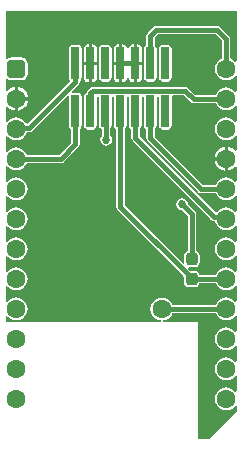
<source format=gtl>
G04*
G04 #@! TF.GenerationSoftware,Altium Limited,Altium Designer,20.1.11 (218)*
G04*
G04 Layer_Physical_Order=1*
G04 Layer_Color=255*
%FSAX25Y25*%
%MOIN*%
G70*
G04*
G04 #@! TF.SameCoordinates,33997834-81F2-4769-9C1A-FA938185F8BD*
G04*
G04*
G04 #@! TF.FilePolarity,Positive*
G04*
G01*
G75*
G04:AMPARAMS|DCode=20|XSize=29.13mil|YSize=109.84mil|CornerRadius=7.28mil|HoleSize=0mil|Usage=FLASHONLY|Rotation=180.000|XOffset=0mil|YOffset=0mil|HoleType=Round|Shape=RoundedRectangle|*
%AMROUNDEDRECTD20*
21,1,0.02913,0.09528,0,0,180.0*
21,1,0.01457,0.10984,0,0,180.0*
1,1,0.01457,-0.00728,0.04764*
1,1,0.01457,0.00728,0.04764*
1,1,0.01457,0.00728,-0.04764*
1,1,0.01457,-0.00728,-0.04764*
%
%ADD20ROUNDEDRECTD20*%
G04:AMPARAMS|DCode=21|XSize=29.5mil|YSize=109.84mil|CornerRadius=7.38mil|HoleSize=0mil|Usage=FLASHONLY|Rotation=180.000|XOffset=0mil|YOffset=0mil|HoleType=Round|Shape=RoundedRectangle|*
%AMROUNDEDRECTD21*
21,1,0.02950,0.09509,0,0,180.0*
21,1,0.01475,0.10984,0,0,180.0*
1,1,0.01475,-0.00738,0.04755*
1,1,0.01475,0.00738,0.04755*
1,1,0.01475,0.00738,-0.04755*
1,1,0.01475,-0.00738,-0.04755*
%
%ADD21ROUNDEDRECTD21*%
G04:AMPARAMS|DCode=22|XSize=39mil|YSize=43mil|CornerRadius=9.75mil|HoleSize=0mil|Usage=FLASHONLY|Rotation=180.000|XOffset=0mil|YOffset=0mil|HoleType=Round|Shape=RoundedRectangle|*
%AMROUNDEDRECTD22*
21,1,0.03900,0.02350,0,0,180.0*
21,1,0.01950,0.04300,0,0,180.0*
1,1,0.01950,-0.00975,0.01175*
1,1,0.01950,0.00975,0.01175*
1,1,0.01950,0.00975,-0.01175*
1,1,0.01950,-0.00975,-0.01175*
%
%ADD22ROUNDEDRECTD22*%
%ADD23C,0.01500*%
%ADD24C,0.02500*%
%ADD25C,0.06299*%
G04:AMPARAMS|DCode=26|XSize=62.99mil|YSize=62.99mil|CornerRadius=15.75mil|HoleSize=0mil|Usage=FLASHONLY|Rotation=0.000|XOffset=0mil|YOffset=0mil|HoleType=Round|Shape=RoundedRectangle|*
%AMROUNDEDRECTD26*
21,1,0.06299,0.03150,0,0,0.0*
21,1,0.03150,0.06299,0,0,0.0*
1,1,0.03150,0.01575,-0.01575*
1,1,0.03150,-0.01575,-0.01575*
1,1,0.03150,-0.01575,0.01575*
1,1,0.03150,0.01575,0.01575*
%
%ADD26ROUNDEDRECTD26*%
%ADD27C,0.02700*%
G36*
X0083475Y0127478D02*
X0082975Y0127308D01*
X0082678Y0127694D01*
X0081895Y0128295D01*
X0081380Y0128508D01*
Y0134996D01*
X0081276Y0135523D01*
X0080977Y0135969D01*
X0080977Y0135969D01*
X0077971Y0138975D01*
X0077525Y0139274D01*
X0076998Y0139378D01*
X0056606D01*
X0056606Y0139378D01*
X0056079Y0139274D01*
X0055632Y0138975D01*
X0053727Y0137069D01*
X0053428Y0136623D01*
X0053324Y0136096D01*
Y0132828D01*
X0053014Y0132621D01*
X0052721Y0132182D01*
X0052618Y0131664D01*
Y0122136D01*
X0052721Y0121618D01*
X0053014Y0121179D01*
X0053453Y0120885D01*
X0053972Y0120782D01*
X0055428D01*
X0055946Y0120885D01*
X0056386Y0121179D01*
X0056679Y0121618D01*
X0056783Y0122136D01*
Y0131664D01*
X0056679Y0132182D01*
X0056386Y0132621D01*
X0056076Y0132828D01*
Y0135526D01*
X0057176Y0136626D01*
X0076428D01*
X0078628Y0134426D01*
Y0128508D01*
X0078113Y0128295D01*
X0077330Y0127694D01*
X0076729Y0126911D01*
X0076351Y0125999D01*
X0076222Y0125020D01*
X0076351Y0124041D01*
X0076729Y0123129D01*
X0077330Y0122346D01*
X0078113Y0121745D01*
X0079025Y0121367D01*
X0080004Y0121238D01*
X0080983Y0121367D01*
X0081895Y0121745D01*
X0082678Y0122346D01*
X0082975Y0122732D01*
X0083475Y0122562D01*
Y0117478D01*
X0082975Y0117308D01*
X0082678Y0117694D01*
X0081895Y0118295D01*
X0080983Y0118673D01*
X0080004Y0118802D01*
X0079025Y0118673D01*
X0078113Y0118295D01*
X0077330Y0117694D01*
X0076729Y0116911D01*
X0076516Y0116396D01*
X0069663D01*
X0067344Y0118715D01*
X0066897Y0119014D01*
X0066371Y0119118D01*
X0035579D01*
X0035052Y0119014D01*
X0034605Y0118715D01*
X0033727Y0117837D01*
X0033428Y0117390D01*
X0033324Y0116863D01*
Y0116836D01*
X0032998Y0116619D01*
X0032703Y0116176D01*
X0032599Y0115655D01*
Y0106146D01*
X0032703Y0105624D01*
X0032998Y0105181D01*
X0033441Y0104886D01*
X0033963Y0104782D01*
X0035438D01*
X0035959Y0104886D01*
X0036402Y0105181D01*
X0036697Y0105624D01*
X0036801Y0106146D01*
Y0115655D01*
X0037189Y0116053D01*
X0037228Y0116053D01*
X0037523Y0115758D01*
X0037617Y0115595D01*
Y0106136D01*
X0037721Y0105618D01*
X0038014Y0105179D01*
X0038425Y0104904D01*
Y0102699D01*
X0038065Y0102161D01*
X0037914Y0101400D01*
X0038065Y0100639D01*
X0038496Y0099994D01*
X0039141Y0099563D01*
X0039902Y0099412D01*
X0040663Y0099563D01*
X0041308Y0099994D01*
X0041739Y0100639D01*
X0041890Y0101400D01*
X0041739Y0102161D01*
X0041308Y0102806D01*
X0041178Y0102893D01*
Y0105040D01*
X0041386Y0105179D01*
X0041679Y0105618D01*
X0041783Y0106136D01*
Y0115664D01*
X0042166Y0116064D01*
X0042234D01*
X0042551Y0115733D01*
X0042617Y0115608D01*
Y0106136D01*
X0042721Y0105618D01*
X0043014Y0105179D01*
X0043324Y0104972D01*
Y0078953D01*
X0043428Y0078427D01*
X0043727Y0077980D01*
X0065919Y0055788D01*
Y0053778D01*
X0066041Y0053164D01*
X0066390Y0052643D01*
X0066910Y0052295D01*
X0067525Y0052173D01*
X0069475D01*
X0070090Y0052295D01*
X0070610Y0052643D01*
X0070959Y0053164D01*
X0071047Y0053610D01*
X0076529D01*
X0076729Y0053129D01*
X0077330Y0052346D01*
X0078113Y0051745D01*
X0079025Y0051367D01*
X0080004Y0051238D01*
X0080983Y0051367D01*
X0081895Y0051745D01*
X0082678Y0052346D01*
X0082975Y0052732D01*
X0083475Y0052562D01*
Y0047478D01*
X0082975Y0047308D01*
X0082678Y0047694D01*
X0081895Y0048295D01*
X0080983Y0048673D01*
X0080004Y0048802D01*
X0079025Y0048673D01*
X0078113Y0048295D01*
X0077330Y0047694D01*
X0076729Y0046911D01*
X0076508Y0046377D01*
X0061980Y0046296D01*
X0061775Y0046791D01*
X0061174Y0047574D01*
X0060391Y0048175D01*
X0059479Y0048553D01*
X0058500Y0048682D01*
X0057521Y0048553D01*
X0056609Y0048175D01*
X0055826Y0047574D01*
X0055225Y0046791D01*
X0054847Y0045879D01*
X0054718Y0044900D01*
X0054847Y0043921D01*
X0055225Y0043009D01*
X0055826Y0042226D01*
X0056609Y0041625D01*
X0057521Y0041247D01*
X0058109Y0041170D01*
X0058077Y0040670D01*
X0006533Y0040670D01*
Y0042562D01*
X0007033Y0042732D01*
X0007330Y0042346D01*
X0008113Y0041745D01*
X0009025Y0041367D01*
X0010004Y0041238D01*
X0010983Y0041367D01*
X0011895Y0041745D01*
X0012678Y0042346D01*
X0013279Y0043129D01*
X0013657Y0044041D01*
X0013786Y0045020D01*
X0013657Y0045999D01*
X0013279Y0046911D01*
X0012678Y0047694D01*
X0011895Y0048295D01*
X0010983Y0048673D01*
X0010004Y0048802D01*
X0009025Y0048673D01*
X0008113Y0048295D01*
X0007330Y0047694D01*
X0007033Y0047308D01*
X0006533Y0047478D01*
Y0052562D01*
X0007033Y0052732D01*
X0007330Y0052346D01*
X0008113Y0051745D01*
X0009025Y0051367D01*
X0010004Y0051238D01*
X0010983Y0051367D01*
X0011895Y0051745D01*
X0012678Y0052346D01*
X0013279Y0053129D01*
X0013657Y0054041D01*
X0013786Y0055020D01*
X0013657Y0055999D01*
X0013279Y0056911D01*
X0012678Y0057694D01*
X0011895Y0058295D01*
X0010983Y0058673D01*
X0010004Y0058802D01*
X0009025Y0058673D01*
X0008113Y0058295D01*
X0007330Y0057694D01*
X0007033Y0057308D01*
X0006533Y0057478D01*
Y0062562D01*
X0007033Y0062732D01*
X0007330Y0062346D01*
X0008113Y0061745D01*
X0009025Y0061367D01*
X0010004Y0061238D01*
X0010983Y0061367D01*
X0011895Y0061745D01*
X0012678Y0062346D01*
X0013279Y0063129D01*
X0013657Y0064041D01*
X0013786Y0065020D01*
X0013657Y0065999D01*
X0013279Y0066911D01*
X0012678Y0067694D01*
X0011895Y0068295D01*
X0010983Y0068673D01*
X0010004Y0068802D01*
X0009025Y0068673D01*
X0008113Y0068295D01*
X0007330Y0067694D01*
X0007033Y0067308D01*
X0006533Y0067478D01*
Y0072562D01*
X0007033Y0072732D01*
X0007330Y0072346D01*
X0008113Y0071745D01*
X0009025Y0071367D01*
X0010004Y0071238D01*
X0010983Y0071367D01*
X0011895Y0071745D01*
X0012678Y0072346D01*
X0013279Y0073129D01*
X0013657Y0074041D01*
X0013786Y0075020D01*
X0013657Y0075999D01*
X0013279Y0076911D01*
X0012678Y0077694D01*
X0011895Y0078295D01*
X0010983Y0078673D01*
X0010004Y0078802D01*
X0009025Y0078673D01*
X0008113Y0078295D01*
X0007330Y0077694D01*
X0007033Y0077308D01*
X0006533Y0077478D01*
Y0082562D01*
X0007033Y0082732D01*
X0007330Y0082346D01*
X0008113Y0081745D01*
X0009025Y0081367D01*
X0010004Y0081238D01*
X0010983Y0081367D01*
X0011895Y0081745D01*
X0012678Y0082346D01*
X0013279Y0083129D01*
X0013657Y0084041D01*
X0013786Y0085020D01*
X0013657Y0085999D01*
X0013279Y0086911D01*
X0012678Y0087694D01*
X0011895Y0088295D01*
X0010983Y0088673D01*
X0010004Y0088802D01*
X0009025Y0088673D01*
X0008113Y0088295D01*
X0007330Y0087694D01*
X0007033Y0087308D01*
X0006533Y0087478D01*
Y0092562D01*
X0007033Y0092732D01*
X0007330Y0092346D01*
X0008113Y0091745D01*
X0009025Y0091367D01*
X0010004Y0091238D01*
X0010983Y0091367D01*
X0011895Y0091745D01*
X0012678Y0092346D01*
X0013279Y0093129D01*
X0013492Y0093644D01*
X0024920D01*
X0025447Y0093748D01*
X0025893Y0094047D01*
X0030673Y0098827D01*
X0030673Y0098827D01*
X0030972Y0099273D01*
X0031076Y0099800D01*
Y0104964D01*
X0031402Y0105181D01*
X0031697Y0105624D01*
X0031801Y0106146D01*
Y0115655D01*
X0031697Y0116176D01*
X0031402Y0116619D01*
X0030959Y0116914D01*
X0030437Y0117018D01*
X0028962D01*
X0028725Y0116971D01*
X0028478Y0117432D01*
X0030673Y0119627D01*
X0030673Y0119627D01*
X0030972Y0120073D01*
X0031076Y0120600D01*
Y0120964D01*
X0031402Y0121181D01*
X0031697Y0121624D01*
X0031801Y0122145D01*
Y0131655D01*
X0031697Y0132176D01*
X0031402Y0132619D01*
X0030959Y0132914D01*
X0030437Y0133018D01*
X0028962D01*
X0028441Y0132914D01*
X0027998Y0132619D01*
X0027703Y0132176D01*
X0027599Y0131655D01*
Y0122145D01*
X0027703Y0121624D01*
X0027998Y0121181D01*
X0028028Y0120875D01*
X0013884Y0106730D01*
X0013321Y0106810D01*
X0013279Y0106911D01*
X0012678Y0107694D01*
X0011895Y0108295D01*
X0010983Y0108673D01*
X0010004Y0108802D01*
X0009025Y0108673D01*
X0008113Y0108295D01*
X0007330Y0107694D01*
X0007033Y0107308D01*
X0006533Y0107478D01*
Y0112234D01*
X0007033Y0112404D01*
X0007187Y0112203D01*
X0008012Y0111570D01*
X0008973Y0111172D01*
X0009404Y0111115D01*
Y0115020D01*
Y0118925D01*
X0008973Y0118868D01*
X0008012Y0118470D01*
X0007187Y0117837D01*
X0007033Y0117637D01*
X0006533Y0117806D01*
Y0121537D01*
X0007033Y0121762D01*
X0007581Y0121397D01*
X0008429Y0121228D01*
X0011579D01*
X0012427Y0121397D01*
X0013147Y0121877D01*
X0013627Y0122597D01*
X0013796Y0123445D01*
Y0126595D01*
X0013627Y0127443D01*
X0013147Y0128163D01*
X0012427Y0128644D01*
X0011579Y0128812D01*
X0008429D01*
X0007581Y0128644D01*
X0007033Y0128278D01*
X0006533Y0128504D01*
Y0144298D01*
X0083475D01*
Y0127478D01*
D02*
G37*
G36*
X0068119Y0114047D02*
X0068566Y0113748D01*
X0069093Y0113644D01*
X0076516D01*
X0076729Y0113129D01*
X0077330Y0112346D01*
X0078113Y0111745D01*
X0079025Y0111367D01*
X0080004Y0111238D01*
X0080983Y0111367D01*
X0081895Y0111745D01*
X0082678Y0112346D01*
X0082975Y0112732D01*
X0083475Y0112562D01*
Y0107478D01*
X0082975Y0107308D01*
X0082678Y0107694D01*
X0081895Y0108295D01*
X0080983Y0108673D01*
X0080004Y0108802D01*
X0079025Y0108673D01*
X0078113Y0108295D01*
X0077330Y0107694D01*
X0076729Y0106911D01*
X0076351Y0105999D01*
X0076222Y0105020D01*
X0076351Y0104041D01*
X0076729Y0103129D01*
X0077330Y0102346D01*
X0078113Y0101745D01*
X0079025Y0101367D01*
X0080004Y0101238D01*
X0080983Y0101367D01*
X0081895Y0101745D01*
X0082678Y0102346D01*
X0082975Y0102732D01*
X0083475Y0102562D01*
Y0097806D01*
X0082975Y0097636D01*
X0082821Y0097837D01*
X0081996Y0098470D01*
X0081035Y0098868D01*
X0080604Y0098925D01*
Y0095020D01*
Y0091115D01*
X0081035Y0091172D01*
X0081996Y0091570D01*
X0082821Y0092203D01*
X0082975Y0092404D01*
X0083475Y0092234D01*
Y0087478D01*
X0082975Y0087308D01*
X0082678Y0087694D01*
X0081895Y0088295D01*
X0080983Y0088673D01*
X0080004Y0088802D01*
X0079025Y0088673D01*
X0078113Y0088295D01*
X0077330Y0087694D01*
X0076729Y0086911D01*
X0076516Y0086396D01*
X0072050D01*
X0056076Y0102370D01*
Y0104972D01*
X0056386Y0105179D01*
X0056679Y0105618D01*
X0056783Y0106136D01*
Y0115664D01*
X0057166Y0116064D01*
X0057234D01*
X0057551Y0115733D01*
X0057617Y0115608D01*
Y0106136D01*
X0057721Y0105618D01*
X0058014Y0105179D01*
X0058454Y0104885D01*
X0058972Y0104782D01*
X0060428D01*
X0060947Y0104885D01*
X0061386Y0105179D01*
X0061679Y0105618D01*
X0061782Y0106136D01*
Y0115664D01*
X0061742Y0115866D01*
X0062112Y0116366D01*
X0065800D01*
X0068119Y0114047D01*
D02*
G37*
G36*
X0027646Y0115892D02*
X0027599Y0115655D01*
Y0106146D01*
X0027703Y0105624D01*
X0027998Y0105181D01*
X0028324Y0104964D01*
Y0100370D01*
X0024350Y0096396D01*
X0013492D01*
X0013279Y0096911D01*
X0012678Y0097694D01*
X0011895Y0098295D01*
X0010983Y0098673D01*
X0010004Y0098802D01*
X0009025Y0098673D01*
X0008113Y0098295D01*
X0007330Y0097694D01*
X0007033Y0097308D01*
X0006533Y0097478D01*
Y0102562D01*
X0007033Y0102732D01*
X0007330Y0102346D01*
X0008113Y0101745D01*
X0009025Y0101367D01*
X0010004Y0101238D01*
X0010983Y0101367D01*
X0011895Y0101745D01*
X0012678Y0102346D01*
X0013279Y0103129D01*
X0013563Y0103814D01*
X0014290D01*
X0014817Y0103918D01*
X0015263Y0104217D01*
X0027185Y0116139D01*
X0027646Y0115892D01*
D02*
G37*
G36*
X0052551Y0115733D02*
X0052618Y0115608D01*
Y0106136D01*
X0052721Y0105618D01*
X0053014Y0105179D01*
X0053324Y0104972D01*
Y0101800D01*
X0053428Y0101273D01*
X0053727Y0100827D01*
X0070507Y0084047D01*
X0070507Y0084047D01*
X0070953Y0083748D01*
X0071480Y0083644D01*
X0071480Y0083644D01*
X0076516D01*
X0076729Y0083129D01*
X0077330Y0082346D01*
X0078113Y0081745D01*
X0079025Y0081367D01*
X0080004Y0081238D01*
X0080983Y0081367D01*
X0081895Y0081745D01*
X0082678Y0082346D01*
X0082975Y0082732D01*
X0083475Y0082562D01*
Y0077478D01*
X0082975Y0077308D01*
X0082678Y0077694D01*
X0081895Y0078295D01*
X0080983Y0078673D01*
X0080004Y0078802D01*
X0079025Y0078673D01*
X0078113Y0078295D01*
X0077330Y0077694D01*
X0077004Y0077270D01*
X0076409Y0077238D01*
X0051076Y0102570D01*
Y0104972D01*
X0051386Y0105179D01*
X0051679Y0105618D01*
X0051783Y0106136D01*
Y0115664D01*
X0052166Y0116064D01*
X0052234D01*
X0052551Y0115733D01*
D02*
G37*
G36*
X0047551D02*
X0047618Y0115608D01*
Y0106136D01*
X0047721Y0105618D01*
X0048014Y0105179D01*
X0048324Y0104972D01*
Y0102000D01*
X0048428Y0101473D01*
X0048727Y0101027D01*
X0075050Y0074703D01*
X0075051Y0074703D01*
X0075497Y0074405D01*
X0076024Y0074300D01*
X0076317D01*
X0076351Y0074041D01*
X0076729Y0073129D01*
X0077330Y0072346D01*
X0078113Y0071745D01*
X0079025Y0071367D01*
X0080004Y0071238D01*
X0080983Y0071367D01*
X0081895Y0071745D01*
X0082678Y0072346D01*
X0082975Y0072732D01*
X0083475Y0072562D01*
Y0067478D01*
X0082975Y0067308D01*
X0082678Y0067694D01*
X0081895Y0068295D01*
X0080983Y0068673D01*
X0080004Y0068802D01*
X0079025Y0068673D01*
X0078113Y0068295D01*
X0077330Y0067694D01*
X0076729Y0066911D01*
X0076351Y0065999D01*
X0076222Y0065020D01*
X0076351Y0064041D01*
X0076729Y0063129D01*
X0077330Y0062346D01*
X0078113Y0061745D01*
X0079025Y0061367D01*
X0080004Y0061238D01*
X0080983Y0061367D01*
X0081895Y0061745D01*
X0082678Y0062346D01*
X0082975Y0062732D01*
X0083475Y0062562D01*
Y0057478D01*
X0082975Y0057308D01*
X0082678Y0057694D01*
X0081895Y0058295D01*
X0080983Y0058673D01*
X0080004Y0058802D01*
X0079025Y0058673D01*
X0078113Y0058295D01*
X0077330Y0057694D01*
X0076729Y0056911D01*
X0076502Y0056363D01*
X0071034D01*
X0070959Y0056743D01*
X0070610Y0057264D01*
X0070090Y0057612D01*
X0069475Y0057734D01*
X0067866D01*
X0067175Y0058425D01*
X0067421Y0058886D01*
X0067525Y0058866D01*
X0069475D01*
X0070090Y0058988D01*
X0070610Y0059336D01*
X0070959Y0059857D01*
X0071081Y0060471D01*
Y0062822D01*
X0070959Y0063436D01*
X0070610Y0063957D01*
X0070090Y0064305D01*
X0069876Y0064347D01*
Y0076621D01*
X0069876Y0076621D01*
X0069772Y0077147D01*
X0069473Y0077594D01*
X0067242Y0079826D01*
X0067248Y0079860D01*
X0067097Y0080621D01*
X0066666Y0081266D01*
X0066021Y0081697D01*
X0065260Y0081849D01*
X0064499Y0081697D01*
X0063854Y0081266D01*
X0063423Y0080621D01*
X0063272Y0079860D01*
X0063423Y0079100D01*
X0063854Y0078454D01*
X0064499Y0078023D01*
X0065260Y0077872D01*
X0065295Y0077879D01*
X0067124Y0076051D01*
Y0064347D01*
X0066910Y0064305D01*
X0066390Y0063957D01*
X0066041Y0063436D01*
X0065919Y0062822D01*
Y0060471D01*
X0065940Y0060367D01*
X0065479Y0060121D01*
X0046076Y0079524D01*
Y0104972D01*
X0046386Y0105179D01*
X0046679Y0105618D01*
X0046782Y0106136D01*
Y0115664D01*
X0047166Y0116064D01*
X0047234D01*
X0047551Y0115733D01*
D02*
G37*
G36*
X0076729Y0043129D02*
X0077330Y0042346D01*
X0078113Y0041745D01*
X0079025Y0041367D01*
X0080004Y0041238D01*
X0080983Y0041367D01*
X0081895Y0041745D01*
X0082678Y0042346D01*
X0082975Y0042732D01*
X0083475Y0042562D01*
Y0037478D01*
X0082975Y0037308D01*
X0082678Y0037694D01*
X0081895Y0038295D01*
X0080983Y0038673D01*
X0080004Y0038802D01*
X0079025Y0038673D01*
X0078113Y0038295D01*
X0077330Y0037694D01*
X0076729Y0036911D01*
X0076351Y0035999D01*
X0076222Y0035020D01*
X0076351Y0034041D01*
X0076729Y0033129D01*
X0077330Y0032346D01*
X0078113Y0031745D01*
X0079025Y0031367D01*
X0080004Y0031238D01*
X0080983Y0031367D01*
X0081895Y0031745D01*
X0082678Y0032346D01*
X0082975Y0032732D01*
X0083475Y0032562D01*
Y0027478D01*
X0082975Y0027308D01*
X0082678Y0027694D01*
X0081895Y0028295D01*
X0080983Y0028673D01*
X0080004Y0028802D01*
X0079025Y0028673D01*
X0078113Y0028295D01*
X0077330Y0027694D01*
X0076729Y0026911D01*
X0076351Y0025999D01*
X0076222Y0025020D01*
X0076351Y0024041D01*
X0076729Y0023129D01*
X0077330Y0022346D01*
X0078113Y0021745D01*
X0079025Y0021367D01*
X0080004Y0021238D01*
X0080983Y0021367D01*
X0081895Y0021745D01*
X0082678Y0022346D01*
X0082975Y0022732D01*
X0083475Y0022562D01*
Y0017478D01*
X0082975Y0017308D01*
X0082678Y0017694D01*
X0081895Y0018295D01*
X0080983Y0018673D01*
X0080004Y0018802D01*
X0079025Y0018673D01*
X0078113Y0018295D01*
X0077330Y0017694D01*
X0076729Y0016911D01*
X0076351Y0015999D01*
X0076222Y0015020D01*
X0076351Y0014041D01*
X0076729Y0013129D01*
X0077330Y0012346D01*
X0078113Y0011745D01*
X0079025Y0011367D01*
X0080004Y0011238D01*
X0080983Y0011367D01*
X0081895Y0011745D01*
X0082678Y0012346D01*
X0082975Y0012732D01*
X0083475Y0012562D01*
Y0010637D01*
X0074366Y0001529D01*
X0070653D01*
X0070653Y0040020D01*
X0070463Y0040479D01*
X0070004Y0040670D01*
X0058923D01*
X0058891Y0041170D01*
X0059479Y0041247D01*
X0060391Y0041625D01*
X0061174Y0042226D01*
X0061775Y0043009D01*
X0061997Y0043543D01*
X0076524Y0043624D01*
X0076729Y0043129D01*
D02*
G37*
%LPC*%
G36*
X0049200Y0133222D02*
X0048972D01*
X0048375Y0133103D01*
X0047870Y0132766D01*
X0047532Y0132260D01*
X0047455Y0131872D01*
X0046945D01*
X0046868Y0132260D01*
X0046530Y0132766D01*
X0046025Y0133103D01*
X0045428Y0133222D01*
X0045200D01*
Y0126900D01*
Y0120578D01*
X0045428D01*
X0046025Y0120697D01*
X0046530Y0121034D01*
X0046868Y0121540D01*
X0046945Y0121928D01*
X0047455D01*
X0047532Y0121540D01*
X0047870Y0121034D01*
X0048375Y0120697D01*
X0048972Y0120578D01*
X0049200D01*
Y0126900D01*
Y0133222D01*
D02*
G37*
G36*
X0050428D02*
X0050200D01*
Y0127400D01*
X0051986D01*
Y0131664D01*
X0051868Y0132260D01*
X0051530Y0132766D01*
X0051025Y0133103D01*
X0050428Y0133222D01*
D02*
G37*
G36*
X0035438Y0133222D02*
X0035200D01*
Y0127400D01*
X0037005D01*
Y0131655D01*
X0036886Y0132254D01*
X0036546Y0132763D01*
X0036037Y0133103D01*
X0035438Y0133222D01*
D02*
G37*
G36*
X0044200Y0133222D02*
X0043972D01*
X0043376Y0133103D01*
X0042870Y0132766D01*
X0042532Y0132260D01*
X0042414Y0131664D01*
Y0127400D01*
X0044200D01*
Y0133222D01*
D02*
G37*
G36*
X0034200Y0133222D02*
X0033963D01*
X0033363Y0133103D01*
X0032854Y0132763D01*
X0032514Y0132254D01*
X0032395Y0131655D01*
Y0127400D01*
X0034200D01*
Y0133222D01*
D02*
G37*
G36*
X0060428Y0133018D02*
X0058972D01*
X0058454Y0132915D01*
X0058014Y0132621D01*
X0057721Y0132182D01*
X0057617Y0131664D01*
Y0122136D01*
X0057721Y0121618D01*
X0058014Y0121179D01*
X0058454Y0120885D01*
X0058972Y0120782D01*
X0060428D01*
X0060947Y0120885D01*
X0061386Y0121179D01*
X0061679Y0121618D01*
X0061782Y0122136D01*
Y0131664D01*
X0061679Y0132182D01*
X0061386Y0132621D01*
X0060947Y0132915D01*
X0060428Y0133018D01*
D02*
G37*
G36*
X0040428D02*
X0038972D01*
X0038454Y0132915D01*
X0038014Y0132621D01*
X0037721Y0132182D01*
X0037617Y0131664D01*
Y0122136D01*
X0037721Y0121618D01*
X0038014Y0121179D01*
X0038454Y0120885D01*
X0038972Y0120782D01*
X0040428D01*
X0040946Y0120885D01*
X0041386Y0121179D01*
X0041679Y0121618D01*
X0041783Y0122136D01*
Y0131664D01*
X0041679Y0132182D01*
X0041386Y0132621D01*
X0040946Y0132915D01*
X0040428Y0133018D01*
D02*
G37*
G36*
X0051986Y0126400D02*
X0050200D01*
Y0120578D01*
X0050428D01*
X0051025Y0120697D01*
X0051530Y0121034D01*
X0051868Y0121540D01*
X0051986Y0122136D01*
Y0126400D01*
D02*
G37*
G36*
X0044200D02*
X0042414D01*
Y0122136D01*
X0042532Y0121540D01*
X0042870Y0121034D01*
X0043376Y0120697D01*
X0043972Y0120578D01*
X0044200D01*
Y0126400D01*
D02*
G37*
G36*
X0037005D02*
X0035200D01*
Y0120578D01*
X0035438D01*
X0036037Y0120697D01*
X0036546Y0121037D01*
X0036886Y0121546D01*
X0037005Y0122145D01*
Y0126400D01*
D02*
G37*
G36*
X0034200D02*
X0032395D01*
Y0122145D01*
X0032514Y0121546D01*
X0032854Y0121037D01*
X0033363Y0120697D01*
X0033963Y0120578D01*
X0034200D01*
Y0126400D01*
D02*
G37*
G36*
X0010604Y0118925D02*
Y0115620D01*
X0013909D01*
X0013852Y0116051D01*
X0013454Y0117012D01*
X0012821Y0117837D01*
X0011996Y0118470D01*
X0011035Y0118868D01*
X0010604Y0118925D01*
D02*
G37*
G36*
X0013909Y0114420D02*
X0010604D01*
Y0111115D01*
X0011035Y0111172D01*
X0011996Y0111570D01*
X0012821Y0112203D01*
X0013454Y0113028D01*
X0013852Y0113989D01*
X0013909Y0114420D01*
D02*
G37*
G36*
X0079404Y0098925D02*
X0078973Y0098868D01*
X0078012Y0098470D01*
X0077187Y0097837D01*
X0076554Y0097012D01*
X0076156Y0096051D01*
X0076099Y0095620D01*
X0079404D01*
Y0098925D01*
D02*
G37*
G36*
Y0094420D02*
X0076099D01*
X0076156Y0093989D01*
X0076554Y0093028D01*
X0077187Y0092203D01*
X0078012Y0091570D01*
X0078973Y0091172D01*
X0079404Y0091115D01*
Y0094420D01*
D02*
G37*
%LPD*%
D20*
X0059700Y0126900D02*
D03*
X0054700D02*
D03*
X0049700D02*
D03*
X0059700Y0110900D02*
D03*
X0054700D02*
D03*
X0049700D02*
D03*
X0044700Y0126900D02*
D03*
X0039700D02*
D03*
X0044700Y0110900D02*
D03*
X0039700D02*
D03*
D21*
X0034700Y0126900D02*
D03*
X0029700D02*
D03*
X0034700Y0110900D02*
D03*
X0029700D02*
D03*
D22*
X0068500Y0054953D02*
D03*
Y0061646D02*
D03*
D23*
X0058500Y0044900D02*
X0080004Y0045020D01*
X0044700Y0078953D02*
Y0110900D01*
X0068500Y0054953D02*
Y0055154D01*
X0044700Y0078953D02*
X0068500Y0055154D01*
X0044700Y0126900D02*
X0049700D01*
X0029700Y0120600D02*
Y0126900D01*
X0010174Y0105190D02*
X0014290D01*
X0029700Y0120600D01*
X0010004Y0105020D02*
X0010174Y0105190D01*
X0024920Y0095020D02*
X0029700Y0099800D01*
X0010004Y0095020D02*
X0024920D01*
X0029700Y0099800D02*
Y0110900D01*
X0034700Y0116863D02*
X0035579Y0117742D01*
X0066371D01*
X0034700Y0110900D02*
Y0116863D01*
X0066371Y0117742D02*
X0069093Y0115020D01*
X0080004D01*
X0054700Y0136096D02*
X0056606Y0138002D01*
X0076998D02*
X0080004Y0134996D01*
X0056606Y0138002D02*
X0076998D01*
X0054700Y0126900D02*
Y0136096D01*
X0068500Y0061646D02*
Y0076621D01*
X0065260Y0079860D02*
X0068500Y0076621D01*
X0080004Y0125020D02*
Y0134996D01*
X0079348Y0075676D02*
X0080004Y0075020D01*
X0049700Y0102000D02*
X0076024Y0075676D01*
X0049700Y0102000D02*
Y0110900D01*
X0076024Y0075676D02*
X0079348D01*
X0079971Y0054987D02*
X0080004Y0055020D01*
X0068533Y0054987D02*
X0079971D01*
X0068500Y0054953D02*
X0068533Y0054987D01*
X0071480Y0085020D02*
X0080004D01*
X0054700Y0101800D02*
X0071480Y0085020D01*
X0054700Y0101800D02*
Y0110900D01*
X0039700D02*
X0039801Y0110799D01*
Y0101501D02*
Y0110799D01*
Y0101501D02*
X0039902Y0101400D01*
D24*
X0010002Y0125022D02*
X0010004Y0125020D01*
D25*
X0058500Y0044900D02*
D03*
X0010004Y0115020D02*
D03*
Y0105020D02*
D03*
Y0095020D02*
D03*
Y0085020D02*
D03*
Y0075020D02*
D03*
Y0065020D02*
D03*
Y0055020D02*
D03*
Y0045020D02*
D03*
Y0035020D02*
D03*
Y0025020D02*
D03*
Y0015020D02*
D03*
X0080004D02*
D03*
Y0025020D02*
D03*
Y0035020D02*
D03*
Y0045020D02*
D03*
Y0055020D02*
D03*
Y0065020D02*
D03*
Y0075020D02*
D03*
Y0085020D02*
D03*
Y0095020D02*
D03*
Y0105020D02*
D03*
Y0115020D02*
D03*
Y0125020D02*
D03*
D26*
X0010004D02*
D03*
D27*
X0076900Y0070100D02*
D03*
X0077400Y0040000D02*
D03*
X0077000Y0080000D02*
D03*
X0065260Y0079860D02*
D03*
X0039902Y0101400D02*
D03*
X0035000Y0098500D02*
D03*
X0062500Y0070500D02*
D03*
X0061500Y0099500D02*
D03*
X0017400Y0100000D02*
D03*
X0072200Y0134100D02*
D03*
M02*

</source>
